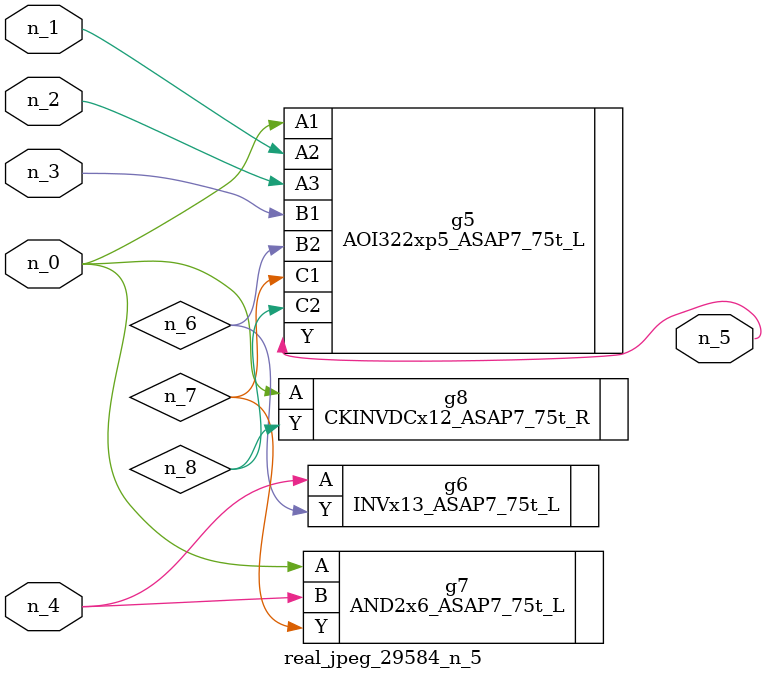
<source format=v>
module real_jpeg_29584_n_5 (n_4, n_0, n_1, n_2, n_3, n_5);

input n_4;
input n_0;
input n_1;
input n_2;
input n_3;

output n_5;

wire n_8;
wire n_6;
wire n_7;

AOI322xp5_ASAP7_75t_L g5 ( 
.A1(n_0),
.A2(n_1),
.A3(n_2),
.B1(n_3),
.B2(n_6),
.C1(n_7),
.C2(n_8),
.Y(n_5)
);

AND2x6_ASAP7_75t_L g7 ( 
.A(n_0),
.B(n_4),
.Y(n_7)
);

CKINVDCx12_ASAP7_75t_R g8 ( 
.A(n_0),
.Y(n_8)
);

INVx13_ASAP7_75t_L g6 ( 
.A(n_4),
.Y(n_6)
);


endmodule
</source>
